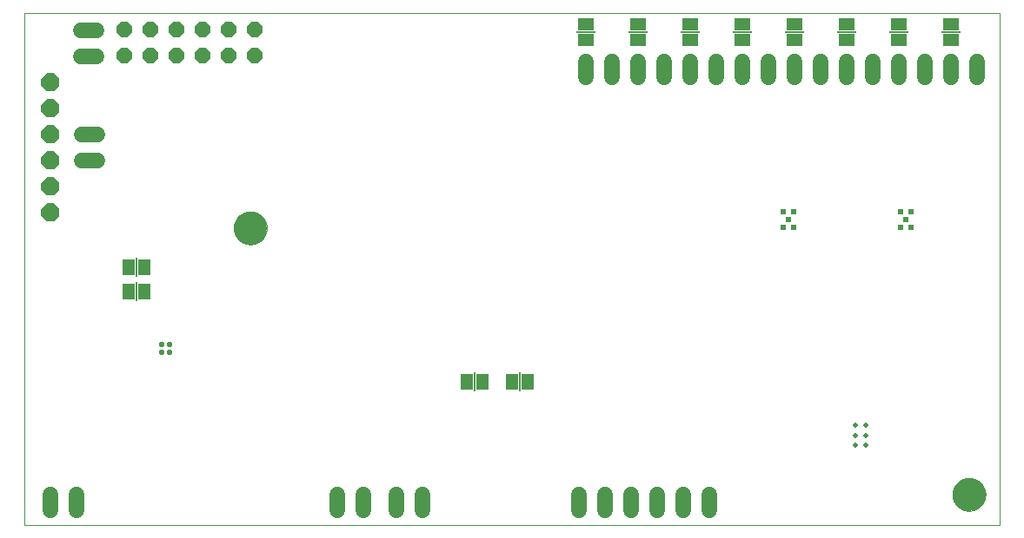
<source format=gbs>
G75*
%MOIN*%
%OFA0B0*%
%FSLAX25Y25*%
%IPPOS*%
%LPD*%
%AMOC8*
5,1,8,0,0,1.08239X$1,22.5*
%
%ADD10C,0.00000*%
%ADD11C,0.12598*%
%ADD12C,0.02200*%
%ADD13C,0.02381*%
%ADD14C,0.02400*%
%ADD15R,0.06300X0.04600*%
%ADD16R,0.07200X0.00600*%
%ADD17C,0.01987*%
%ADD18R,0.04600X0.06300*%
%ADD19R,0.00600X0.07200*%
%ADD20C,0.06000*%
%ADD21OC8,0.07000*%
%ADD22OC8,0.06000*%
D10*
X0021985Y0025808D02*
X0021985Y0222658D01*
X0396000Y0222658D01*
X0396000Y0025808D01*
X0021985Y0025808D01*
X0102300Y0139981D02*
X0102302Y0140139D01*
X0102308Y0140297D01*
X0102318Y0140455D01*
X0102332Y0140613D01*
X0102350Y0140770D01*
X0102371Y0140927D01*
X0102397Y0141083D01*
X0102427Y0141239D01*
X0102460Y0141394D01*
X0102498Y0141547D01*
X0102539Y0141700D01*
X0102584Y0141852D01*
X0102633Y0142003D01*
X0102686Y0142152D01*
X0102742Y0142300D01*
X0102802Y0142446D01*
X0102866Y0142591D01*
X0102934Y0142734D01*
X0103005Y0142876D01*
X0103079Y0143016D01*
X0103157Y0143153D01*
X0103239Y0143289D01*
X0103323Y0143423D01*
X0103412Y0143554D01*
X0103503Y0143683D01*
X0103598Y0143810D01*
X0103695Y0143935D01*
X0103796Y0144057D01*
X0103900Y0144176D01*
X0104007Y0144293D01*
X0104117Y0144407D01*
X0104230Y0144518D01*
X0104345Y0144627D01*
X0104463Y0144732D01*
X0104584Y0144834D01*
X0104707Y0144934D01*
X0104833Y0145030D01*
X0104961Y0145123D01*
X0105091Y0145213D01*
X0105224Y0145299D01*
X0105359Y0145383D01*
X0105495Y0145462D01*
X0105634Y0145539D01*
X0105775Y0145611D01*
X0105917Y0145681D01*
X0106061Y0145746D01*
X0106207Y0145808D01*
X0106354Y0145866D01*
X0106503Y0145921D01*
X0106653Y0145972D01*
X0106804Y0146019D01*
X0106956Y0146062D01*
X0107109Y0146101D01*
X0107264Y0146137D01*
X0107419Y0146168D01*
X0107575Y0146196D01*
X0107731Y0146220D01*
X0107888Y0146240D01*
X0108046Y0146256D01*
X0108203Y0146268D01*
X0108362Y0146276D01*
X0108520Y0146280D01*
X0108678Y0146280D01*
X0108836Y0146276D01*
X0108995Y0146268D01*
X0109152Y0146256D01*
X0109310Y0146240D01*
X0109467Y0146220D01*
X0109623Y0146196D01*
X0109779Y0146168D01*
X0109934Y0146137D01*
X0110089Y0146101D01*
X0110242Y0146062D01*
X0110394Y0146019D01*
X0110545Y0145972D01*
X0110695Y0145921D01*
X0110844Y0145866D01*
X0110991Y0145808D01*
X0111137Y0145746D01*
X0111281Y0145681D01*
X0111423Y0145611D01*
X0111564Y0145539D01*
X0111703Y0145462D01*
X0111839Y0145383D01*
X0111974Y0145299D01*
X0112107Y0145213D01*
X0112237Y0145123D01*
X0112365Y0145030D01*
X0112491Y0144934D01*
X0112614Y0144834D01*
X0112735Y0144732D01*
X0112853Y0144627D01*
X0112968Y0144518D01*
X0113081Y0144407D01*
X0113191Y0144293D01*
X0113298Y0144176D01*
X0113402Y0144057D01*
X0113503Y0143935D01*
X0113600Y0143810D01*
X0113695Y0143683D01*
X0113786Y0143554D01*
X0113875Y0143423D01*
X0113959Y0143289D01*
X0114041Y0143153D01*
X0114119Y0143016D01*
X0114193Y0142876D01*
X0114264Y0142734D01*
X0114332Y0142591D01*
X0114396Y0142446D01*
X0114456Y0142300D01*
X0114512Y0142152D01*
X0114565Y0142003D01*
X0114614Y0141852D01*
X0114659Y0141700D01*
X0114700Y0141547D01*
X0114738Y0141394D01*
X0114771Y0141239D01*
X0114801Y0141083D01*
X0114827Y0140927D01*
X0114848Y0140770D01*
X0114866Y0140613D01*
X0114880Y0140455D01*
X0114890Y0140297D01*
X0114896Y0140139D01*
X0114898Y0139981D01*
X0114896Y0139823D01*
X0114890Y0139665D01*
X0114880Y0139507D01*
X0114866Y0139349D01*
X0114848Y0139192D01*
X0114827Y0139035D01*
X0114801Y0138879D01*
X0114771Y0138723D01*
X0114738Y0138568D01*
X0114700Y0138415D01*
X0114659Y0138262D01*
X0114614Y0138110D01*
X0114565Y0137959D01*
X0114512Y0137810D01*
X0114456Y0137662D01*
X0114396Y0137516D01*
X0114332Y0137371D01*
X0114264Y0137228D01*
X0114193Y0137086D01*
X0114119Y0136946D01*
X0114041Y0136809D01*
X0113959Y0136673D01*
X0113875Y0136539D01*
X0113786Y0136408D01*
X0113695Y0136279D01*
X0113600Y0136152D01*
X0113503Y0136027D01*
X0113402Y0135905D01*
X0113298Y0135786D01*
X0113191Y0135669D01*
X0113081Y0135555D01*
X0112968Y0135444D01*
X0112853Y0135335D01*
X0112735Y0135230D01*
X0112614Y0135128D01*
X0112491Y0135028D01*
X0112365Y0134932D01*
X0112237Y0134839D01*
X0112107Y0134749D01*
X0111974Y0134663D01*
X0111839Y0134579D01*
X0111703Y0134500D01*
X0111564Y0134423D01*
X0111423Y0134351D01*
X0111281Y0134281D01*
X0111137Y0134216D01*
X0110991Y0134154D01*
X0110844Y0134096D01*
X0110695Y0134041D01*
X0110545Y0133990D01*
X0110394Y0133943D01*
X0110242Y0133900D01*
X0110089Y0133861D01*
X0109934Y0133825D01*
X0109779Y0133794D01*
X0109623Y0133766D01*
X0109467Y0133742D01*
X0109310Y0133722D01*
X0109152Y0133706D01*
X0108995Y0133694D01*
X0108836Y0133686D01*
X0108678Y0133682D01*
X0108520Y0133682D01*
X0108362Y0133686D01*
X0108203Y0133694D01*
X0108046Y0133706D01*
X0107888Y0133722D01*
X0107731Y0133742D01*
X0107575Y0133766D01*
X0107419Y0133794D01*
X0107264Y0133825D01*
X0107109Y0133861D01*
X0106956Y0133900D01*
X0106804Y0133943D01*
X0106653Y0133990D01*
X0106503Y0134041D01*
X0106354Y0134096D01*
X0106207Y0134154D01*
X0106061Y0134216D01*
X0105917Y0134281D01*
X0105775Y0134351D01*
X0105634Y0134423D01*
X0105495Y0134500D01*
X0105359Y0134579D01*
X0105224Y0134663D01*
X0105091Y0134749D01*
X0104961Y0134839D01*
X0104833Y0134932D01*
X0104707Y0135028D01*
X0104584Y0135128D01*
X0104463Y0135230D01*
X0104345Y0135335D01*
X0104230Y0135444D01*
X0104117Y0135555D01*
X0104007Y0135669D01*
X0103900Y0135786D01*
X0103796Y0135905D01*
X0103695Y0136027D01*
X0103598Y0136152D01*
X0103503Y0136279D01*
X0103412Y0136408D01*
X0103323Y0136539D01*
X0103239Y0136673D01*
X0103157Y0136809D01*
X0103079Y0136946D01*
X0103005Y0137086D01*
X0102934Y0137228D01*
X0102866Y0137371D01*
X0102802Y0137516D01*
X0102742Y0137662D01*
X0102686Y0137810D01*
X0102633Y0137959D01*
X0102584Y0138110D01*
X0102539Y0138262D01*
X0102498Y0138415D01*
X0102460Y0138568D01*
X0102427Y0138723D01*
X0102397Y0138879D01*
X0102371Y0139035D01*
X0102350Y0139192D01*
X0102332Y0139349D01*
X0102318Y0139507D01*
X0102308Y0139665D01*
X0102302Y0139823D01*
X0102300Y0139981D01*
X0377890Y0037619D02*
X0377892Y0037777D01*
X0377898Y0037935D01*
X0377908Y0038093D01*
X0377922Y0038251D01*
X0377940Y0038408D01*
X0377961Y0038565D01*
X0377987Y0038721D01*
X0378017Y0038877D01*
X0378050Y0039032D01*
X0378088Y0039185D01*
X0378129Y0039338D01*
X0378174Y0039490D01*
X0378223Y0039641D01*
X0378276Y0039790D01*
X0378332Y0039938D01*
X0378392Y0040084D01*
X0378456Y0040229D01*
X0378524Y0040372D01*
X0378595Y0040514D01*
X0378669Y0040654D01*
X0378747Y0040791D01*
X0378829Y0040927D01*
X0378913Y0041061D01*
X0379002Y0041192D01*
X0379093Y0041321D01*
X0379188Y0041448D01*
X0379285Y0041573D01*
X0379386Y0041695D01*
X0379490Y0041814D01*
X0379597Y0041931D01*
X0379707Y0042045D01*
X0379820Y0042156D01*
X0379935Y0042265D01*
X0380053Y0042370D01*
X0380174Y0042472D01*
X0380297Y0042572D01*
X0380423Y0042668D01*
X0380551Y0042761D01*
X0380681Y0042851D01*
X0380814Y0042937D01*
X0380949Y0043021D01*
X0381085Y0043100D01*
X0381224Y0043177D01*
X0381365Y0043249D01*
X0381507Y0043319D01*
X0381651Y0043384D01*
X0381797Y0043446D01*
X0381944Y0043504D01*
X0382093Y0043559D01*
X0382243Y0043610D01*
X0382394Y0043657D01*
X0382546Y0043700D01*
X0382699Y0043739D01*
X0382854Y0043775D01*
X0383009Y0043806D01*
X0383165Y0043834D01*
X0383321Y0043858D01*
X0383478Y0043878D01*
X0383636Y0043894D01*
X0383793Y0043906D01*
X0383952Y0043914D01*
X0384110Y0043918D01*
X0384268Y0043918D01*
X0384426Y0043914D01*
X0384585Y0043906D01*
X0384742Y0043894D01*
X0384900Y0043878D01*
X0385057Y0043858D01*
X0385213Y0043834D01*
X0385369Y0043806D01*
X0385524Y0043775D01*
X0385679Y0043739D01*
X0385832Y0043700D01*
X0385984Y0043657D01*
X0386135Y0043610D01*
X0386285Y0043559D01*
X0386434Y0043504D01*
X0386581Y0043446D01*
X0386727Y0043384D01*
X0386871Y0043319D01*
X0387013Y0043249D01*
X0387154Y0043177D01*
X0387293Y0043100D01*
X0387429Y0043021D01*
X0387564Y0042937D01*
X0387697Y0042851D01*
X0387827Y0042761D01*
X0387955Y0042668D01*
X0388081Y0042572D01*
X0388204Y0042472D01*
X0388325Y0042370D01*
X0388443Y0042265D01*
X0388558Y0042156D01*
X0388671Y0042045D01*
X0388781Y0041931D01*
X0388888Y0041814D01*
X0388992Y0041695D01*
X0389093Y0041573D01*
X0389190Y0041448D01*
X0389285Y0041321D01*
X0389376Y0041192D01*
X0389465Y0041061D01*
X0389549Y0040927D01*
X0389631Y0040791D01*
X0389709Y0040654D01*
X0389783Y0040514D01*
X0389854Y0040372D01*
X0389922Y0040229D01*
X0389986Y0040084D01*
X0390046Y0039938D01*
X0390102Y0039790D01*
X0390155Y0039641D01*
X0390204Y0039490D01*
X0390249Y0039338D01*
X0390290Y0039185D01*
X0390328Y0039032D01*
X0390361Y0038877D01*
X0390391Y0038721D01*
X0390417Y0038565D01*
X0390438Y0038408D01*
X0390456Y0038251D01*
X0390470Y0038093D01*
X0390480Y0037935D01*
X0390486Y0037777D01*
X0390488Y0037619D01*
X0390486Y0037461D01*
X0390480Y0037303D01*
X0390470Y0037145D01*
X0390456Y0036987D01*
X0390438Y0036830D01*
X0390417Y0036673D01*
X0390391Y0036517D01*
X0390361Y0036361D01*
X0390328Y0036206D01*
X0390290Y0036053D01*
X0390249Y0035900D01*
X0390204Y0035748D01*
X0390155Y0035597D01*
X0390102Y0035448D01*
X0390046Y0035300D01*
X0389986Y0035154D01*
X0389922Y0035009D01*
X0389854Y0034866D01*
X0389783Y0034724D01*
X0389709Y0034584D01*
X0389631Y0034447D01*
X0389549Y0034311D01*
X0389465Y0034177D01*
X0389376Y0034046D01*
X0389285Y0033917D01*
X0389190Y0033790D01*
X0389093Y0033665D01*
X0388992Y0033543D01*
X0388888Y0033424D01*
X0388781Y0033307D01*
X0388671Y0033193D01*
X0388558Y0033082D01*
X0388443Y0032973D01*
X0388325Y0032868D01*
X0388204Y0032766D01*
X0388081Y0032666D01*
X0387955Y0032570D01*
X0387827Y0032477D01*
X0387697Y0032387D01*
X0387564Y0032301D01*
X0387429Y0032217D01*
X0387293Y0032138D01*
X0387154Y0032061D01*
X0387013Y0031989D01*
X0386871Y0031919D01*
X0386727Y0031854D01*
X0386581Y0031792D01*
X0386434Y0031734D01*
X0386285Y0031679D01*
X0386135Y0031628D01*
X0385984Y0031581D01*
X0385832Y0031538D01*
X0385679Y0031499D01*
X0385524Y0031463D01*
X0385369Y0031432D01*
X0385213Y0031404D01*
X0385057Y0031380D01*
X0384900Y0031360D01*
X0384742Y0031344D01*
X0384585Y0031332D01*
X0384426Y0031324D01*
X0384268Y0031320D01*
X0384110Y0031320D01*
X0383952Y0031324D01*
X0383793Y0031332D01*
X0383636Y0031344D01*
X0383478Y0031360D01*
X0383321Y0031380D01*
X0383165Y0031404D01*
X0383009Y0031432D01*
X0382854Y0031463D01*
X0382699Y0031499D01*
X0382546Y0031538D01*
X0382394Y0031581D01*
X0382243Y0031628D01*
X0382093Y0031679D01*
X0381944Y0031734D01*
X0381797Y0031792D01*
X0381651Y0031854D01*
X0381507Y0031919D01*
X0381365Y0031989D01*
X0381224Y0032061D01*
X0381085Y0032138D01*
X0380949Y0032217D01*
X0380814Y0032301D01*
X0380681Y0032387D01*
X0380551Y0032477D01*
X0380423Y0032570D01*
X0380297Y0032666D01*
X0380174Y0032766D01*
X0380053Y0032868D01*
X0379935Y0032973D01*
X0379820Y0033082D01*
X0379707Y0033193D01*
X0379597Y0033307D01*
X0379490Y0033424D01*
X0379386Y0033543D01*
X0379285Y0033665D01*
X0379188Y0033790D01*
X0379093Y0033917D01*
X0379002Y0034046D01*
X0378913Y0034177D01*
X0378829Y0034311D01*
X0378747Y0034447D01*
X0378669Y0034584D01*
X0378595Y0034724D01*
X0378524Y0034866D01*
X0378456Y0035009D01*
X0378392Y0035154D01*
X0378332Y0035300D01*
X0378276Y0035448D01*
X0378223Y0035597D01*
X0378174Y0035748D01*
X0378129Y0035900D01*
X0378088Y0036053D01*
X0378050Y0036206D01*
X0378017Y0036361D01*
X0377987Y0036517D01*
X0377961Y0036673D01*
X0377940Y0036830D01*
X0377922Y0036987D01*
X0377908Y0037145D01*
X0377898Y0037303D01*
X0377892Y0037461D01*
X0377890Y0037619D01*
D11*
X0384189Y0037619D03*
X0108599Y0139981D03*
D12*
X0077758Y0095360D03*
X0077758Y0092160D03*
X0074558Y0092160D03*
X0074558Y0095360D03*
D13*
X0312800Y0140308D03*
X0357800Y0140308D03*
D14*
X0361800Y0140308D03*
X0359800Y0143308D03*
X0361800Y0146308D03*
X0357800Y0146308D03*
X0316800Y0146308D03*
X0314800Y0143308D03*
X0312800Y0146308D03*
X0316800Y0140308D03*
D15*
X0317300Y0212208D03*
X0317300Y0218208D03*
X0337300Y0218208D03*
X0337300Y0212208D03*
X0357300Y0212208D03*
X0357300Y0218208D03*
X0377300Y0218208D03*
X0377300Y0212208D03*
X0297300Y0212208D03*
X0297300Y0218208D03*
X0277300Y0218208D03*
X0277300Y0212208D03*
X0257300Y0212208D03*
X0257300Y0218208D03*
X0237300Y0218208D03*
X0237300Y0212208D03*
D16*
X0237300Y0215208D03*
X0257300Y0215208D03*
X0277300Y0215208D03*
X0297300Y0215208D03*
X0317300Y0215208D03*
X0337300Y0215208D03*
X0357300Y0215208D03*
X0377300Y0215208D03*
D17*
X0344576Y0064259D03*
X0340639Y0064259D03*
X0340639Y0060322D03*
X0344576Y0060322D03*
X0344576Y0056385D03*
X0340639Y0056385D03*
D18*
X0214985Y0080808D03*
X0208985Y0080808D03*
X0197485Y0080808D03*
X0191485Y0080808D03*
X0067906Y0115608D03*
X0061906Y0115608D03*
X0061906Y0124808D03*
X0067906Y0124808D03*
D19*
X0064906Y0124808D03*
X0064906Y0115608D03*
X0194485Y0080808D03*
X0211985Y0080808D03*
D20*
X0234485Y0037608D02*
X0234485Y0031608D01*
X0244485Y0031608D02*
X0244485Y0037608D01*
X0254485Y0037608D02*
X0254485Y0031608D01*
X0264485Y0031608D02*
X0264485Y0037608D01*
X0274485Y0037608D02*
X0274485Y0031608D01*
X0284485Y0031608D02*
X0284485Y0037608D01*
X0174485Y0037608D02*
X0174485Y0031608D01*
X0164485Y0031608D02*
X0164485Y0037608D01*
X0151985Y0037608D02*
X0151985Y0031608D01*
X0141985Y0031608D02*
X0141985Y0037608D01*
X0041985Y0037608D02*
X0041985Y0031608D01*
X0031985Y0031608D02*
X0031985Y0037608D01*
X0043985Y0165808D02*
X0049985Y0165808D01*
X0049985Y0175808D02*
X0043985Y0175808D01*
X0043531Y0205834D02*
X0049531Y0205834D01*
X0049531Y0215834D02*
X0043531Y0215834D01*
X0237300Y0203808D02*
X0237300Y0197808D01*
X0247300Y0197808D02*
X0247300Y0203808D01*
X0257300Y0203808D02*
X0257300Y0197808D01*
X0267300Y0197808D02*
X0267300Y0203808D01*
X0277300Y0203808D02*
X0277300Y0197808D01*
X0287300Y0197808D02*
X0287300Y0203808D01*
X0297300Y0203808D02*
X0297300Y0197808D01*
X0307300Y0197808D02*
X0307300Y0203808D01*
X0317300Y0203808D02*
X0317300Y0197808D01*
X0327300Y0197808D02*
X0327300Y0203808D01*
X0337300Y0203808D02*
X0337300Y0197808D01*
X0347300Y0197808D02*
X0347300Y0203808D01*
X0357300Y0203808D02*
X0357300Y0197808D01*
X0367300Y0197808D02*
X0367300Y0203808D01*
X0377300Y0203808D02*
X0377300Y0197808D01*
X0387300Y0197808D02*
X0387300Y0203808D01*
D21*
X0031985Y0195808D03*
X0031985Y0185808D03*
X0031985Y0175808D03*
X0031985Y0165808D03*
X0031985Y0155808D03*
X0031985Y0145808D03*
D22*
X0060185Y0206208D03*
X0070185Y0206208D03*
X0080185Y0206208D03*
X0090185Y0206208D03*
X0100185Y0206208D03*
X0110185Y0206208D03*
X0110185Y0216208D03*
X0100185Y0216208D03*
X0090185Y0216208D03*
X0080185Y0216208D03*
X0070185Y0216208D03*
X0060185Y0216208D03*
M02*

</source>
